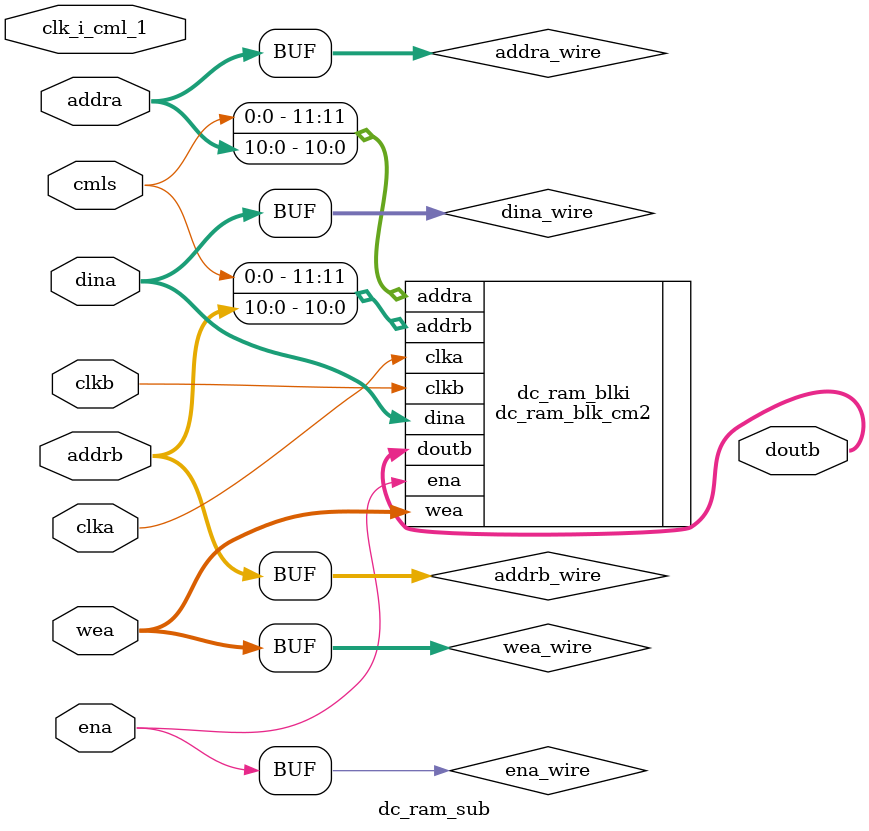
<source format=v>
/*******************************************************************************
*     This file is owned and controlled by Xilinx and must be used             *
*     solely for design, simulation, implementation and creation of            *
*     design files limited to Xilinx devices or technologies. Use              *
*     with non-Xilinx devices or technologies is expressly prohibited          *
*     and immediately terminates your license.                                 *
*                                                                              *
*     XILINX IS PROVIDING THIS DESIGN, CODE, OR INFORMATION "AS IS"            *
*     SOLELY FOR USE IN DEVELOPING PROGRAMS AND SOLUTIONS FOR                  *
*     XILINX DEVICES.  BY PROVIDING THIS DESIGN, CODE, OR INFORMATION          *
*     AS ONE POSSIBLE IMPLEMENTATION OF THIS FEATURE, APPLICATION              *
*     OR STANDARD, XILINX IS MAKING NO REPRESENTATION THAT THIS                *
*     IMPLEMENTATION IS FREE FROM ANY CLAIMS OF INFRINGEMENT,                  *
*     AND YOU ARE RESPONSIBLE FOR OBTAINING ANY RIGHTS YOU MAY REQUIRE         *
*     FOR YOUR IMPLEMENTATION.  XILINX EXPRESSLY DISCLAIMS ANY                 *
*     WARRANTY WHATSOEVER WITH RESPECT TO THE ADEQUACY OF THE                  *
*     IMPLEMENTATION, INCLUDING BUT NOT LIMITED TO ANY WARRANTIES OR           *
*     REPRESENTATIONS THAT THIS IMPLEMENTATION IS FREE FROM CLAIMS OF          *
*     INFRINGEMENT, IMPLIED WARRANTIES OF MERCHANTABILITY AND FITNESS          *
*     FOR A PARTICULAR PURPOSE.                                                *
*                                                                              *
*     Xilinx products are not intended for use in life support                 *
*     appliances, devices, or systems. Use in such applications are            *
*     expressly prohibited.                                                    *
*                                                                              *
*     (c) Copyright 1995-2009 Xilinx, Inc.                                     *
*     All rights reserved.                                                     *
*******************************************************************************/
// The synthesis directives "translate_off/translate_on" specified below are
// supported by Xilinx, Mentor Graphics and Synplicity synthesis
// tools. Ensure they are correct for your synthesis tool(s).

// You must compile the wrapper file dc_ram_blk.v when simulating
// the core, dc_ram_blk. When compiling the wrapper file, be sure to
// reference the XilinxCoreLib Verilog simulation library. For detailed
// instructions, please refer to the "CORE Generator Help".

`timescale 1ns/1ps

module dc_ram_sub(
		clk_i_cml_1,
		cmls,
		
	clka,
	ena,
	wea,
	addra,
	dina,
	clkb,
	addrb,
	doutb);


input clk_i_cml_1;
input cmls;




input clka;
input ena;
input [3 : 0] wea;
input [10 : 0] addra;
input [31 : 0] dina;
input clkb;
input [10 : 0] addrb;
output [31 : 0] doutb;

wire ena_wire;
wire [3 : 0] wea_wire;
wire [10 : 0] addra_wire;
wire [31 : 0] dina_wire;
wire [10 : 0] addrb_wire;

assign ena_wire = ena;
assign wea_wire = wea;
assign addra_wire = addra;
assign dina_wire = dina;
assign addrb_wire = addrb;

dc_ram_blk_cm2 dc_ram_blki(
	.clka(clka),
	.ena(ena_wire),
	//.regcea(1'b1),
	.wea(wea_wire),
	.addra({cmls, addra_wire}),
	.dina(dina_wire),
	.clkb(clkb),
	.addrb({cmls, addrb_wire}),
	.doutb(doutb));

endmodule



</source>
